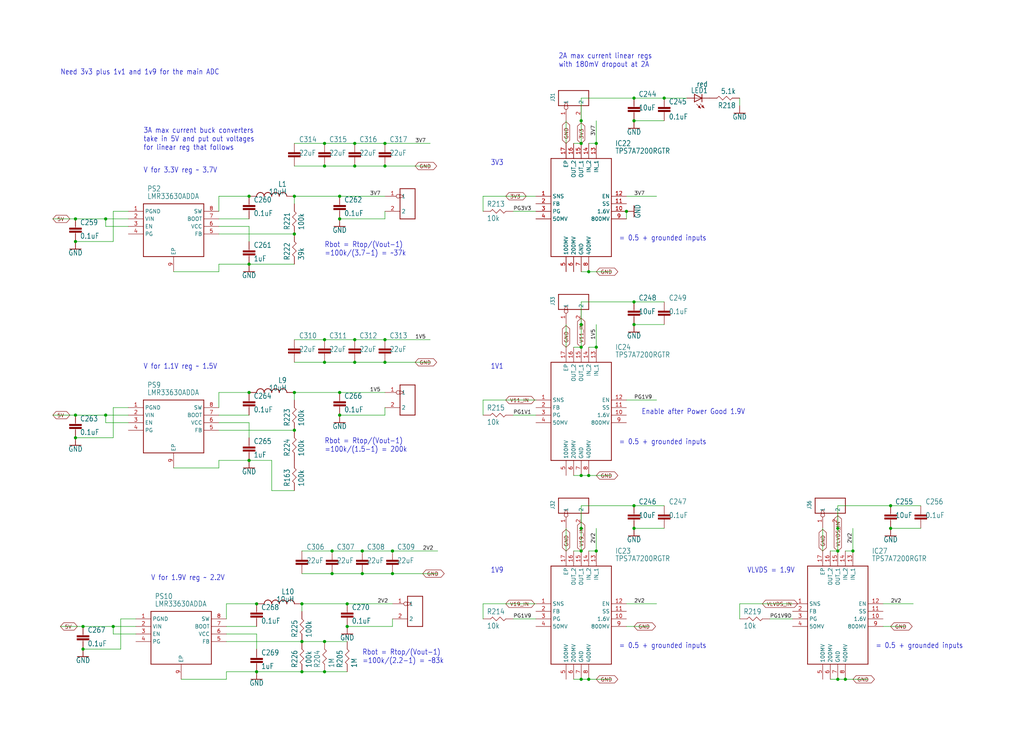
<source format=kicad_sch>
(kicad_sch (version 20231120) (generator "eeschema") (generator_version "8.0")
  (paper "User" 344.602 251.638)
  (junction (at 198.12 228.6))
  (junction (at 121.92 193.04))
  (junction (at 213.36 177.8))
  (junction (at 299.72 170.18))
  (junction (at 129.54 55.88))
  (junction (at 119.38 114.3))
  (junction (at 83.82 88.9))
  (junction (at 223.52 33.02))
  (junction (at 109.22 226.06))
  (junction (at 200.66 48.26))
  (junction (at 213.36 40.64))
  (junction (at 101.6 215.9))
  (junction (at 213.36 33.02))
  (junction (at 25.4 139.7))
  (junction (at 287.02 185.42))
  (junction (at 210.82 71.12))
  (junction (at 116.84 210.82))
  (junction (at 114.3 73.66))
  (junction (at 200.66 116.84))
  (junction (at 132.08 193.04))
  (junction (at 99.06 66.04))
  (junction (at 114.3 66.04))
  (junction (at 284.48 228.6))
  (junction (at 195.58 177.8))
  (junction (at 109.22 121.92))
  (junction (at 195.58 40.64))
  (junction (at 129.54 114.3))
  (junction (at 99.06 78.74))
  (junction (at 99.06 144.78))
  (junction (at 101.6 226.06))
  (junction (at 119.38 48.26))
  (junction (at 195.58 228.6))
  (junction (at 35.56 139.7))
  (junction (at 25.4 81.28))
  (junction (at 195.58 185.42))
  (junction (at 83.82 66.04))
  (junction (at 195.58 48.26))
  (junction (at 114.3 139.7))
  (junction (at 195.58 116.84))
  (junction (at 213.36 101.6))
  (junction (at 109.22 114.3))
  (junction (at 281.94 185.42))
  (junction (at 35.56 73.66))
  (junction (at 119.38 55.88))
  (junction (at 111.76 185.42))
  (junction (at 198.12 91.44))
  (junction (at 99.06 132.08))
  (junction (at 111.76 193.04))
  (junction (at 200.66 185.42))
  (junction (at 25.4 73.66))
  (junction (at 25.4 147.32))
  (junction (at 27.94 210.82))
  (junction (at 195.58 160.02))
  (junction (at 109.22 48.26))
  (junction (at 281.94 228.6))
  (junction (at 132.08 185.42))
  (junction (at 281.94 177.8))
  (junction (at 83.82 132.08))
  (junction (at 83.82 154.94))
  (junction (at 121.92 185.42))
  (junction (at 86.36 203.2))
  (junction (at 198.12 160.02))
  (junction (at 129.54 48.26))
  (junction (at 114.3 132.08))
  (junction (at 38.1 210.82))
  (junction (at 195.58 109.22))
  (junction (at 27.94 218.44))
  (junction (at 119.38 121.92))
  (junction (at 86.36 226.06))
  (junction (at 116.84 203.2))
  (junction (at 109.22 55.88))
  (junction (at 109.22 215.9))
  (junction (at 213.36 170.18))
  (junction (at 299.72 177.8))
  (junction (at 101.6 203.2))
  (junction (at 129.54 121.92))
  (junction (at 213.36 109.22))
  (wire (pts (xy 58.42 157.48) (xy 73.66 157.48)) (stroke (width 0.1524)))
  (wire (pts (xy 99.06 66.04) (xy 114.3 66.04)) (stroke (width 0.1524)))
  (wire (pts (xy 35.56 142.24) (xy 43.18 142.24)) (stroke (width 0.1524)))
  (wire (pts (xy 132.08 210.82) (xy 116.84 210.82)) (stroke (width 0.1524)))
  (wire (pts (xy 180.34 134.62) (xy 162.56 134.62)) (stroke (width 0.1524)))
  (wire (pts (xy 73.66 66.04) (xy 73.66 71.12)) (stroke (width 0.1524)))
  (wire (pts (xy 25.4 73.66) (xy 17.78 73.66)) (stroke (width 0.1524)))
  (wire (pts (xy 210.82 73.66) (xy 210.82 71.12)) (stroke (width 0.1524)))
  (wire (pts (xy 27.94 210.82) (xy 38.1 210.82)) (stroke (width 0.1524)))
  (wire (pts (xy 83.82 88.9) (xy 99.06 88.9)) (stroke (width 0.1524)))
  (wire (pts (xy 129.54 71.12) (xy 129.54 73.66)) (stroke (width 0.1524)))
  (wire (pts (xy 281.94 185.42) (xy 279.4 185.42)) (stroke (width 0.1524)))
  (wire (pts (xy 73.66 132.08) (xy 73.66 137.16)) (stroke (width 0.1524)))
  (wire (pts (xy 195.58 33.02) (xy 213.36 33.02)) (stroke (width 0.1524)))
  (wire (pts (xy 76.2 213.36) (xy 86.36 213.36)) (stroke (width 0.1524)))
  (wire (pts (xy 83.82 66.04) (xy 73.66 66.04)) (stroke (width 0.1524)))
  (wire (pts (xy 109.22 226.06) (xy 116.84 226.06)) (stroke (width 0.1524)))
  (wire (pts (xy 132.08 208.28) (xy 132.08 210.82)) (stroke (width 0.1524)))
  (wire (pts (xy 101.6 193.04) (xy 111.76 193.04)) (stroke (width 0.1524)))
  (wire (pts (xy 91.44 165.1) (xy 99.06 165.1)) (stroke (width 0.1524)))
  (wire (pts (xy 162.56 134.62) (xy 162.56 139.7)) (stroke (width 0.1524)))
  (wire (pts (xy 121.92 193.04) (xy 132.08 193.04)) (stroke (width 0.1524)))
  (wire (pts (xy 200.66 185.42) (xy 200.66 177.8)) (stroke (width 0.1524)))
  (wire (pts (xy 25.4 139.7) (xy 35.56 139.7)) (stroke (width 0.1524)))
  (wire (pts (xy 43.18 137.16) (xy 38.1 137.16)) (stroke (width 0.1524)))
  (wire (pts (xy 38.1 71.12) (xy 38.1 81.28)) (stroke (width 0.1524)))
  (wire (pts (xy 116.84 203.2) (xy 132.08 203.2)) (stroke (width 0.1524)))
  (wire (pts (xy 195.58 91.44) (xy 198.12 91.44)) (stroke (width 0.1524)))
  (wire (pts (xy 129.54 48.26) (xy 144.78 48.26)) (stroke (width 0.1524)))
  (wire (pts (xy 195.58 185.42) (xy 195.58 177.8)) (stroke (width 0.1524)))
  (wire (pts (xy 99.06 114.3) (xy 109.22 114.3)) (stroke (width 0.1524)))
  (wire (pts (xy 60.96 228.6) (xy 76.2 228.6)) (stroke (width 0.1524)))
  (wire (pts (xy 99.06 132.08) (xy 114.3 132.08)) (stroke (width 0.1524)))
  (wire (pts (xy 198.12 116.84) (xy 200.66 116.84)) (stroke (width 0.1524)))
  (wire (pts (xy 73.66 157.48) (xy 73.66 154.94)) (stroke (width 0.1524)))
  (wire (pts (xy 195.58 40.64) (xy 195.58 33.02)) (stroke (width 0.1524)))
  (wire (pts (xy 45.72 208.28) (xy 40.64 208.28)) (stroke (width 0.1524)))
  (wire (pts (xy 101.6 215.9) (xy 109.22 215.9)) (stroke (width 0.1524)))
  (wire (pts (xy 73.66 144.78) (xy 99.06 144.78)) (stroke (width 0.1524)))
  (wire (pts (xy 35.56 76.2) (xy 43.18 76.2)) (stroke (width 0.1524)))
  (wire (pts (xy 198.12 160.02) (xy 205.74 160.02)) (stroke (width 0.1524)))
  (wire (pts (xy 129.54 121.92) (xy 144.78 121.92)) (stroke (width 0.1524)))
  (wire (pts (xy 284.48 228.6) (xy 292.1 228.6)) (stroke (width 0.1524)))
  (wire (pts (xy 213.36 101.6) (xy 223.52 101.6)) (stroke (width 0.1524)))
  (wire (pts (xy 195.58 177.8) (xy 195.58 170.18)) (stroke (width 0.1524)))
  (wire (pts (xy 83.82 139.7) (xy 73.66 139.7)) (stroke (width 0.1524)))
  (wire (pts (xy 73.66 78.74) (xy 99.06 78.74)) (stroke (width 0.1524)))
  (wire (pts (xy 73.66 88.9) (xy 83.82 88.9)) (stroke (width 0.1524)))
  (wire (pts (xy 180.34 139.7) (xy 172.72 139.7)) (stroke (width 0.1524)))
  (wire (pts (xy 43.18 71.12) (xy 38.1 71.12)) (stroke (width 0.1524)))
  (wire (pts (xy 111.76 185.42) (xy 121.92 185.42)) (stroke (width 0.1524)))
  (wire (pts (xy 40.64 208.28) (xy 40.64 218.44)) (stroke (width 0.1524)))
  (wire (pts (xy 210.82 66.04) (xy 220.98 66.04)) (stroke (width 0.1524)))
  (wire (pts (xy 101.6 203.2) (xy 116.84 203.2)) (stroke (width 0.1524)))
  (wire (pts (xy 129.54 139.7) (xy 114.3 139.7)) (stroke (width 0.1524)))
  (wire (pts (xy 190.5 185.42) (xy 190.5 177.8)) (stroke (width 0.1524)))
  (wire (pts (xy 195.58 101.6) (xy 213.36 101.6)) (stroke (width 0.1524)))
  (wire (pts (xy 210.82 210.82) (xy 218.44 210.82)) (stroke (width 0.1524)))
  (wire (pts (xy 198.12 228.6) (xy 205.74 228.6)) (stroke (width 0.1524)))
  (wire (pts (xy 195.58 48.26) (xy 193.04 48.26)) (stroke (width 0.1524)))
  (wire (pts (xy 35.56 73.66) (xy 35.56 76.2)) (stroke (width 0.1524)))
  (wire (pts (xy 299.72 177.8) (xy 309.88 177.8)) (stroke (width 0.1524)))
  (wire (pts (xy 297.18 203.2) (xy 307.34 203.2)) (stroke (width 0.1524)))
  (wire (pts (xy 119.38 121.92) (xy 129.54 121.92)) (stroke (width 0.1524)))
  (wire (pts (xy 40.64 218.44) (xy 27.94 218.44)) (stroke (width 0.1524)))
  (wire (pts (xy 101.6 185.42) (xy 111.76 185.42)) (stroke (width 0.1524)))
  (wire (pts (xy 200.66 48.26) (xy 200.66 40.64)) (stroke (width 0.1524)))
  (wire (pts (xy 193.04 228.6) (xy 195.58 228.6)) (stroke (width 0.1524)))
  (wire (pts (xy 180.34 66.04) (xy 162.56 66.04)) (stroke (width 0.1524)))
  (wire (pts (xy 190.5 48.26) (xy 190.5 40.64)) (stroke (width 0.1524)))
  (wire (pts (xy 213.36 170.18) (xy 223.52 170.18)) (stroke (width 0.1524)))
  (wire (pts (xy 35.56 139.7) (xy 43.18 139.7)) (stroke (width 0.1524)))
  (wire (pts (xy 25.4 139.7) (xy 17.78 139.7)) (stroke (width 0.1524)))
  (wire (pts (xy 99.06 66.04) (xy 99.06 68.58)) (stroke (width 0.1524)))
  (wire (pts (xy 284.48 185.42) (xy 287.02 185.42)) (stroke (width 0.1524)))
  (wire (pts (xy 195.58 160.02) (xy 198.12 160.02)) (stroke (width 0.1524)))
  (wire (pts (xy 129.54 73.66) (xy 114.3 73.66)) (stroke (width 0.1524)))
  (wire (pts (xy 76.2 226.06) (xy 86.36 226.06)) (stroke (width 0.1524)))
  (wire (pts (xy 190.5 116.84) (xy 190.5 109.22)) (stroke (width 0.1524)))
  (wire (pts (xy 83.82 132.08) (xy 73.66 132.08)) (stroke (width 0.1524)))
  (wire (pts (xy 297.18 210.82) (xy 304.8 210.82)) (stroke (width 0.1524)))
  (wire (pts (xy 86.36 210.82) (xy 76.2 210.82)) (stroke (width 0.1524)))
  (wire (pts (xy 195.58 116.84) (xy 193.04 116.84)) (stroke (width 0.1524)))
  (wire (pts (xy 86.36 213.36) (xy 86.36 218.44)) (stroke (width 0.1524)))
  (wire (pts (xy 83.82 76.2) (xy 83.82 81.28)) (stroke (width 0.1524)))
  (wire (pts (xy 213.36 40.64) (xy 223.52 40.64)) (stroke (width 0.1524)))
  (wire (pts (xy 266.7 208.28) (xy 259.08 208.28)) (stroke (width 0.1524)))
  (wire (pts (xy 198.12 185.42) (xy 200.66 185.42)) (stroke (width 0.1524)))
  (wire (pts (xy 38.1 210.82) (xy 38.1 213.36)) (stroke (width 0.1524)))
  (wire (pts (xy 73.66 154.94) (xy 83.82 154.94)) (stroke (width 0.1524)))
  (wire (pts (xy 76.2 203.2) (xy 76.2 208.28)) (stroke (width 0.1524)))
  (wire (pts (xy 109.22 121.92) (xy 119.38 121.92)) (stroke (width 0.1524)))
  (wire (pts (xy 180.34 71.12) (xy 172.72 71.12)) (stroke (width 0.1524)))
  (wire (pts (xy 76.2 228.6) (xy 76.2 226.06)) (stroke (width 0.1524)))
  (wire (pts (xy 114.3 66.04) (xy 129.54 66.04)) (stroke (width 0.1524)))
  (wire (pts (xy 99.06 132.08) (xy 99.06 134.62)) (stroke (width 0.1524)))
  (wire (pts (xy 132.08 185.42) (xy 147.32 185.42)) (stroke (width 0.1524)))
  (wire (pts (xy 114.3 132.08) (xy 129.54 132.08)) (stroke (width 0.1524)))
  (wire (pts (xy 119.38 55.88) (xy 129.54 55.88)) (stroke (width 0.1524)))
  (wire (pts (xy 248.92 203.2) (xy 248.92 208.28)) (stroke (width 0.1524)))
  (wire (pts (xy 86.36 203.2) (xy 76.2 203.2)) (stroke (width 0.1524)))
  (wire (pts (xy 210.82 203.2) (xy 220.98 203.2)) (stroke (width 0.1524)))
  (wire (pts (xy 180.34 208.28) (xy 172.72 208.28)) (stroke (width 0.1524)))
  (wire (pts (xy 91.44 154.94) (xy 91.44 165.1)) (stroke (width 0.1524)))
  (wire (pts (xy 109.22 215.9) (xy 116.84 215.9)) (stroke (width 0.1524)))
  (wire (pts (xy 109.22 48.26) (xy 119.38 48.26)) (stroke (width 0.1524)))
  (wire (pts (xy 35.56 73.66) (xy 43.18 73.66)) (stroke (width 0.1524)))
  (wire (pts (xy 276.86 185.42) (xy 276.86 177.8)) (stroke (width 0.1524)))
  (wire (pts (xy 132.08 193.04) (xy 147.32 193.04)) (stroke (width 0.1524)))
  (wire (pts (xy 86.36 226.06) (xy 101.6 226.06)) (stroke (width 0.1524)))
  (wire (pts (xy 195.58 228.6) (xy 198.12 228.6)) (stroke (width 0.1524)))
  (wire (pts (xy 83.82 73.66) (xy 73.66 73.66)) (stroke (width 0.1524)))
  (wire (pts (xy 162.56 203.2) (xy 162.56 208.28)) (stroke (width 0.1524)))
  (wire (pts (xy 281.94 185.42) (xy 281.94 177.8)) (stroke (width 0.1524)))
  (wire (pts (xy 129.54 55.88) (xy 144.78 55.88)) (stroke (width 0.1524)))
  (wire (pts (xy 195.58 109.22) (xy 195.58 101.6)) (stroke (width 0.1524)))
  (wire (pts (xy 248.92 35.56) (xy 248.92 33.02)) (stroke (width 0.1524)))
  (wire (pts (xy 200.66 116.84) (xy 200.66 109.22)) (stroke (width 0.1524)))
  (wire (pts (xy 195.58 170.18) (xy 213.36 170.18)) (stroke (width 0.1524)))
  (wire (pts (xy 73.66 91.44) (xy 73.66 88.9)) (stroke (width 0.1524)))
  (wire (pts (xy 287.02 185.42) (xy 287.02 177.8)) (stroke (width 0.1524)))
  (wire (pts (xy 109.22 55.88) (xy 119.38 55.88)) (stroke (width 0.1524)))
  (wire (pts (xy 195.58 48.26) (xy 195.58 40.64)) (stroke (width 0.1524)))
  (wire (pts (xy 73.66 76.2) (xy 83.82 76.2)) (stroke (width 0.1524)))
  (wire (pts (xy 35.56 139.7) (xy 35.56 142.24)) (stroke (width 0.1524)))
  (wire (pts (xy 101.6 203.2) (xy 101.6 205.74)) (stroke (width 0.1524)))
  (wire (pts (xy 73.66 142.24) (xy 83.82 142.24)) (stroke (width 0.1524)))
  (wire (pts (xy 281.94 228.6) (xy 284.48 228.6)) (stroke (width 0.1524)))
  (wire (pts (xy 38.1 210.82) (xy 45.72 210.82)) (stroke (width 0.1524)))
  (wire (pts (xy 38.1 137.16) (xy 38.1 147.32)) (stroke (width 0.1524)))
  (wire (pts (xy 58.42 91.44) (xy 73.66 91.44)) (stroke (width 0.1524)))
  (wire (pts (xy 213.36 177.8) (xy 223.52 177.8)) (stroke (width 0.1524)))
  (wire (pts (xy 129.54 137.16) (xy 129.54 139.7)) (stroke (width 0.1524)))
  (wire (pts (xy 193.04 160.02) (xy 195.58 160.02)) (stroke (width 0.1524)))
  (wire (pts (xy 162.56 66.04) (xy 162.56 71.12)) (stroke (width 0.1524)))
  (wire (pts (xy 121.92 185.42) (xy 132.08 185.42)) (stroke (width 0.1524)))
  (wire (pts (xy 83.82 154.94) (xy 91.44 154.94)) (stroke (width 0.1524)))
  (wire (pts (xy 27.94 210.82) (xy 20.32 210.82)) (stroke (width 0.1524)))
  (wire (pts (xy 38.1 147.32) (xy 25.4 147.32)) (stroke (width 0.1524)))
  (wire (pts (xy 281.94 177.8) (xy 281.94 170.18)) (stroke (width 0.1524)))
  (wire (pts (xy 279.4 228.6) (xy 281.94 228.6)) (stroke (width 0.1524)))
  (wire (pts (xy 99.06 48.26) (xy 109.22 48.26)) (stroke (width 0.1524)))
  (wire (pts (xy 76.2 215.9) (xy 101.6 215.9)) (stroke (width 0.1524)))
  (wire (pts (xy 180.34 203.2) (xy 162.56 203.2)) (stroke (width 0.1524)))
  (wire (pts (xy 111.76 193.04) (xy 121.92 193.04)) (stroke (width 0.1524)))
  (wire (pts (xy 25.4 73.66) (xy 35.56 73.66)) (stroke (width 0.1524)))
  (wire (pts (xy 266.7 203.2) (xy 248.92 203.2)) (stroke (width 0.1524)))
  (wire (pts (xy 213.36 109.22) (xy 223.52 109.22)) (stroke (width 0.1524)))
  (wire (pts (xy 129.54 114.3) (xy 144.78 114.3)) (stroke (width 0.1524)))
  (wire (pts (xy 299.72 170.18) (xy 309.88 170.18)) (stroke (width 0.1524)))
  (wire (pts (xy 119.38 114.3) (xy 129.54 114.3)) (stroke (width 0.1524)))
  (wire (pts (xy 198.12 91.44) (xy 205.74 91.44)) (stroke (width 0.1524)))
  (wire (pts (xy 119.38 48.26) (xy 129.54 48.26)) (stroke (width 0.1524)))
  (wire (pts (xy 213.36 33.02) (xy 223.52 33.02)) (stroke (width 0.1524)))
  (wire (pts (xy 210.82 134.62) (xy 220.98 134.62)) (stroke (width 0.1524)))
  (wire (pts (xy 195.58 116.84) (xy 195.58 109.22)) (stroke (width 0.1524)))
  (wire (pts (xy 38.1 81.28) (xy 25.4 81.28)) (stroke (width 0.1524)))
  (wire (pts (xy 83.82 142.24) (xy 83.82 147.32)) (stroke (width 0.1524)))
  (wire (pts (xy 99.06 55.88) (xy 109.22 55.88)) (stroke (width 0.1524)))
  (wire (pts (xy 109.22 114.3) (xy 119.38 114.3)) (stroke (width 0.1524)))
  (wire (pts (xy 195.58 185.42) (xy 193.04 185.42)) (stroke (width 0.1524)))
  (wire (pts (xy 38.1 213.36) (xy 45.72 213.36)) (stroke (width 0.1524)))
  (wire (pts (xy 223.52 33.02) (xy 231.14 33.02)) (stroke (width 0.1524)))
  (wire (pts (xy 99.06 121.92) (xy 109.22 121.92)) (stroke (width 0.1524)))
  (wire (pts (xy 198.12 48.26) (xy 200.66 48.26)) (stroke (width 0.1524)))
  (wire (pts (xy 281.94 170.18) (xy 299.72 170.18)) (stroke (width 0.1524)))
  (wire (pts (xy 101.6 226.06) (xy 109.22 226.06)) (stroke (width 0.1524)))
  (text "1V9" (at 165.1 193.04 0) (effects (font (size 1.778 1.5113)) (justify left bottom)))
  (text "1V1" (at 165.1 124.46 0) (effects (font (size 1.778 1.5113)) (justify left bottom)))
  (text "3V3" (at 165.1 55.88 0) (effects (font (size 1.778 1.5113)) (justify left bottom)))
  (text "V for 1.9V reg ~ 2.2V" (at 50.8 195.58 0) (effects (font (size 1.778 1.5113)) (justify left bottom)))
  (text "= 0.5 + grounded inputs" (at 208.28 218.44 0) (effects (font (size 1.778 1.5113)) (justify left bottom)))
  (text "V for 3.3V reg ~ 3.7V" (at 48.26 58.42 0) (effects (font (size 1.778 1.5113)) (justify left bottom)))
  (text "V for 1.1V reg ~ 1.5V" (at 48.26 124.46 0) (effects (font (size 1.778 1.5113)) (justify left bottom)))
  (text "= 0.5 + grounded inputs" (at 294.64 218.44 0) (effects (font (size 1.778 1.5113)) (justify left bottom)))
  (text "VLVDS = 1.9V" (at 251.46 193.04 0) (effects (font (size 1.778 1.5113)) (justify left bottom)))
  (text "Need 3v3 plus 1v1 and 1v9 for the main ADC" (at 20.32 25.4 0) (effects (font (size 1.778 1.5113)) (justify left bottom)))
  (text "Rbot = Rtop/(Vout-1)\n=100k/(1.5-1) = 200k" (at 109.22 152.4 0) (effects (font (size 1.778 1.5113)) (justify left bottom)))
  (text "Rbot = Rtop/(Vout-1)\n=100k/(3.7-1) = ~37k" (at 109.22 86.36 0) (effects (font (size 1.778 1.5113)) (justify left bottom)))
  (text "= 0.5 + grounded inputs" (at 208.28 149.86 0) (effects (font (size 1.778 1.5113)) (justify left bottom)))
  (text "2A max current linear regs\nwith 180mV dropout at 2A" (at 187.96 22.86 0) (effects (font (size 1.778 1.5113)) (justify left bottom)))
  (text "Rbot = Rtop/(Vout-1)\n=100k/(2.2-1) = ~83k" (at 121.92 223.52 0) (effects (font (size 1.778 1.5113)) (justify left bottom)))
  (text "= 0.5 + grounded inputs" (at 208.28 81.28 0) (effects (font (size 1.778 1.5113)) (justify left bottom)))
  (text "3A max current buck converters\ntake in 5V and put out voltages\nfor linear reg that follows" (at 48.26 50.8 0) (effects (font (size 1.778 1.5113)) (justify left bottom)))
  (text "Enable after Power Good 1.9V" (at 215.9 139.7 0) (effects (font (size 1.778 1.5113)) (justify left bottom)))
  (label "PG3V3" (at 172.72 71.12 0) (effects (font (size 1.2446 1.2446))))
  (label "PG1V9" (at 213.36 134.62 0) (effects (font (size 1.2446 1.2446))))
  (label "2V2" (at 142.24 185.42 0) (effects (font (size 1.2446 1.2446))))
  (label "1V5" (at 200.66 114.3 90) (effects (font (size 1.2446 1.2446))))
  (label "2V2" (at 213.36 203.2 0) (effects (font (size 1.2446 1.2446))))
  (label "3V7" (at 139.7 48.26 0) (effects (font (size 1.2446 1.2446))))
  (label "PG1V9D" (at 259.08 208.28 0) (effects (font (size 1.2446 1.2446))))
  (label "2V2" (at 299.72 203.2 0) (effects (font (size 1.2446 1.2446))))
  (label "2V2" (at 127 203.2 0) (effects (font (size 1.2446 1.2446))))
  (label "1V5" (at 124.46 132.08 0) (effects (font (size 1.2446 1.2446))))
  (label "2V2" (at 287.02 182.88 90) (effects (font (size 1.2446 1.2446))))
  (label "1V5" (at 139.7 114.3 0) (effects (font (size 1.2446 1.2446))))
  (label "PG1V9" (at 172.72 208.28 0) (effects (font (size 1.2446 1.2446))))
  (label "2V2" (at 200.66 182.88 90) (effects (font (size 1.2446 1.2446))))
  (label "3V7" (at 200.66 45.72 90) (effects (font (size 1.2446 1.2446))))
  (label "3V7" (at 213.36 66.04 0) (effects (font (size 1.2446 1.2446))))
  (label "PG1V1" (at 172.72 139.7 0) (effects (font (size 1.2446 1.2446))))
  (label "3V7" (at 124.46 66.04 0) (effects (font (size 1.2446 1.2446))))
  (global_label "GND" (shape bidirectional) (at 139.7 121.92 0) (effects (font (size 1.2446 1.2446))) (property "Intersheetrefs" "${INTERSHEET_REFS}" (effects (hide yes))))
  (global_label "GND" (shape bidirectional) (at 287.02 228.6 0) (effects (font (size 1.2446 1.2446))) (property "Intersheetrefs" "${INTERSHEET_REFS}" (effects (hide yes))))
  (global_label "GND" (shape bidirectional) (at 299.72 210.82 0) (effects (font (size 1.2446 1.2446))) (property "Intersheetrefs" "${INTERSHEET_REFS}" (effects (hide yes))))
  (global_label "V11_IN" (shape bidirectional) (at 170.18 134.62 0) (effects (font (size 1.2446 1.2446))) (property "Intersheetrefs" "${INTERSHEET_REFS}" (effects (hide yes))))
  (global_label "VLVDS_IN" (shape bidirectional) (at 256.54 203.2 0) (effects (font (size 1.2446 1.2446))) (property "Intersheetrefs" "${INTERSHEET_REFS}" (effects (hide yes))))
  (global_label "GND" (shape bidirectional) (at 139.7 55.88 0) (effects (font (size 1.2446 1.2446))) (property "Intersheetrefs" "${INTERSHEET_REFS}" (effects (hide yes))))
  (global_label "GND" (shape bidirectional) (at 213.36 210.82 0) (effects (font (size 1.2446 1.2446))) (property "Intersheetrefs" "${INTERSHEET_REFS}" (effects (hide yes))))
  (global_label "V11_IN" (shape bidirectional) (at 195.58 116.84 90) (effects (font (size 1.2446 1.2446))) (property "Intersheetrefs" "${INTERSHEET_REFS}" (effects (hide yes))))
  (global_label "GND" (shape bidirectional) (at 190.5 185.42 90) (effects (font (size 1.2446 1.2446))) (property "Intersheetrefs" "${INTERSHEET_REFS}" (effects (hide yes))))
  (global_label "5V" (shape bidirectional) (at 17.78 73.66 0) (effects (font (size 1.2446 1.2446))) (property "Intersheetrefs" "${INTERSHEET_REFS}" (effects (hide yes))))
  (global_label "GND" (shape bidirectional) (at 276.86 185.42 90) (effects (font (size 1.2446 1.2446))) (property "Intersheetrefs" "${INTERSHEET_REFS}" (effects (hide yes))))
  (global_label "V19_IN" (shape bidirectional) (at 195.58 185.42 90) (effects (font (size 1.2446 1.2446))) (property "Intersheetrefs" "${INTERSHEET_REFS}" (effects (hide yes))))
  (global_label "GND" (shape bidirectional) (at 190.5 116.84 90) (effects (font (size 1.2446 1.2446))) (property "Intersheetrefs" "${INTERSHEET_REFS}" (effects (hide yes))))
  (global_label "GND" (shape bidirectional) (at 200.66 228.6 0) (effects (font (size 1.2446 1.2446))) (property "Intersheetrefs" "${INTERSHEET_REFS}" (effects (hide yes))))
  (global_label "VLVDS_IN" (shape bidirectional) (at 281.94 185.42 90) (effects (font (size 1.2446 1.2446))) (property "Intersheetrefs" "${INTERSHEET_REFS}" (effects (hide yes))))
  (global_label "GND" (shape bidirectional) (at 200.66 91.44 0) (effects (font (size 1.2446 1.2446))) (property "Intersheetrefs" "${INTERSHEET_REFS}" (effects (hide yes))))
  (global_label "GND" (shape bidirectional) (at 142.24 193.04 0) (effects (font (size 1.2446 1.2446))) (property "Intersheetrefs" "${INTERSHEET_REFS}" (effects (hide yes))))
  (global_label "GND" (shape bidirectional) (at 190.5 48.26 90) (effects (font (size 1.2446 1.2446))) (property "Intersheetrefs" "${INTERSHEET_REFS}" (effects (hide yes))))
  (global_label "5V" (shape bidirectional) (at 20.32 210.82 0) (effects (font (size 1.2446 1.2446))) (property "Intersheetrefs" "${INTERSHEET_REFS}" (effects (hide yes))))
  (global_label "V19_IN" (shape bidirectional) (at 170.18 203.2 0) (effects (font (size 1.2446 1.2446))) (property "Intersheetrefs" "${INTERSHEET_REFS}" (effects (hide yes))))
  (global_label "3V3" (shape bidirectional) (at 195.58 48.26 90) (effects (font (size 1.2446 1.2446))) (property "Intersheetrefs" "${INTERSHEET_REFS}" (effects (hide yes))))
  (global_label "5V" (shape bidirectional) (at 17.78 139.7 0) (effects (font (size 1.2446 1.2446))) (property "Intersheetrefs" "${INTERSHEET_REFS}" (effects (hide yes))))
  (global_label "3V3" (shape bidirectional) (at 170.18 66.04 0) (effects (font (size 1.2446 1.2446))) (property "Intersheetrefs" "${INTERSHEET_REFS}" (effects (hide yes))))
  (global_label "GND" (shape bidirectional) (at 200.66 160.02 0) (effects (font (size 1.2446 1.2446))) (property "Intersheetrefs" "${INTERSHEET_REFS}" (effects (hide yes))))
  (symbol (lib_id "haasoscope_pro_adc_fpga_board-eagle-import:CAPACITOR_0402_N") (at 83.82 68.58 0) (unit 1)
    (property "Reference" "C260" (at 85.344 68.199 0) (effects (font (size 1.778 1.5113)) (justify left bottom)))
    (property "Value" "0.1uF" (at 85.344 72.771 0) (effects (font (size 1.778 1.5113)) (justify left bottom)))
    (property "Footprint" "haasoscope_pro_adc_fpga_board:RESC0402_N" (effects (hide yes)))
  )
  (symbol (lib_id "haasoscope_pro_adc_fpga_board-eagle-import:DIP-BLACK-MALE-HEADER-VERT(2P-2.54)") (at 193.04 101.6 90) (unit 1)
    (property "Reference" "J33" (at 186.69 102.87 0) (effects (font (size 1.27 1.0795)) (justify left bottom)))
    (property "Value" "2p-2.54" (effects (hide yes)))
    (property "Footprint" "haasoscope_pro_adc_fpga_board:H2-2.54" (effects (hide yes)))
  )
  (symbol (lib_id "haasoscope_pro_adc_fpga_board-eagle-import:TPS7A7200RGTR") (at 180.34 134.62 0) (unit 1)
    (property "Reference" "IC24" (at 207.01 116.84 0) (effects (font (size 1.778 1.5113)) (justify left)))
    (property "Value" "TPS7A7200RGTR" (at 207.01 119.38 0) (effects (font (size 1.778 1.5113)) (justify left)))
    (property "Footprint" "haasoscope_pro_adc_fpga_board:QFN50P300X300X100-17N" (effects (hide yes)))
  )
  (symbol (lib_id "haasoscope_pro_adc_fpga_board-eagle-import:CAPACITOR_0805_N") (at 132.08 187.96 0) (unit 1)
    (property "Reference" "C309" (at 133.604 185.039 0) (effects (font (size 1.778 1.5113)) (justify left bottom)))
    (property "Value" "22uF" (at 133.604 189.611 0) (effects (font (size 1.778 1.5113)) (justify left bottom)))
    (property "Footprint" "haasoscope_pro_adc_fpga_board:RESC0805_N" (effects (hide yes)))
  )
  (symbol (lib_id "haasoscope_pro_adc_fpga_board-eagle-import:SparkFun-PowerSymbols_GND") (at 248.92 38.1 0) (unit 1)
    (property "Reference" "#GND01" (effects (hide yes)))
    (property "Value" "GND" (at 248.92 38.354 0) (effects (font (size 1.778 1.5113)) (justify top)))
  )
  (symbol (lib_id "haasoscope_pro_adc_fpga_board-eagle-import:RES-0402") (at 99.06 149.86 90) (unit 1)
    (property "Reference" "R224" (at 97.5614 153.67 0) (effects (font (size 1.778 1.5113)) (justify left bottom)))
    (property "Value" "100k" (at 102.362 153.67 0) (effects (font (size 1.778 1.5113)) (justify left bottom)))
    (property "Footprint" "haasoscope_pro_adc_fpga_board:RES-0402" (effects (hide yes)))
  )
  (symbol (lib_id "haasoscope_pro_adc_fpga_board-eagle-import:RES-0402") (at 167.64 139.7 0) (unit 1)
    (property "Reference" "R215" (at 163.83 138.2014 0) (effects (font (size 1.778 1.5113)) (justify left bottom)))
    (property "Value" "10k" (at 163.83 143.002 0) (effects (font (size 1.778 1.5113)) (justify left bottom)))
    (property "Footprint" "haasoscope_pro_adc_fpga_board:RES-0402" (effects (hide yes)))
  )
  (symbol (lib_id "haasoscope_pro_adc_fpga_board-eagle-import:RES-0402") (at 254 208.28 0) (unit 1)
    (property "Reference" "R219" (at 250.19 206.7814 0) (effects (font (size 1.778 1.5113)) (justify left bottom)))
    (property "Value" "10k" (at 250.19 211.582 0) (effects (font (size 1.778 1.5113)) (justify left bottom)))
    (property "Footprint" "haasoscope_pro_adc_fpga_board:RES-0402" (effects (hide yes)))
  )
  (symbol (lib_id "haasoscope_pro_adc_fpga_board-eagle-import:DIP-BLACK-MALE-HEADER-VERT(2P-2.54)") (at 193.04 33.02 90) (unit 1)
    (property "Reference" "J31" (at 186.69 34.29 0) (effects (font (size 1.27 1.0795)) (justify left bottom)))
    (property "Value" "2p-2.54" (effects (hide yes)))
    (property "Footprint" "haasoscope_pro_adc_fpga_board:H2-2.54" (effects (hide yes)))
  )
  (symbol (lib_id "haasoscope_pro_adc_fpga_board-eagle-import:CAPACITOR_0805_N") (at 121.92 187.96 0) (unit 1)
    (property "Reference" "C308" (at 123.444 185.039 0) (effects (font (size 1.778 1.5113)) (justify left bottom)))
    (property "Value" "22uF" (at 123.444 189.611 0) (effects (font (size 1.778 1.5113)) (justify left bottom)))
    (property "Footprint" "haasoscope_pro_adc_fpga_board:RESC0805_N" (effects (hide yes)))
  )
  (symbol (lib_id "haasoscope_pro_adc_fpga_board-eagle-import:RES-0402") (at 167.64 71.12 0) (unit 1)
    (property "Reference" "R213" (at 163.83 69.6214 0) (effects (font (size 1.778 1.5113)) (justify left bottom)))
    (property "Value" "10k" (at 163.83 74.422 0) (effects (font (size 1.778 1.5113)) (justify left bottom)))
    (property "Footprint" "haasoscope_pro_adc_fpga_board:RES-0402" (effects (hide yes)))
  )
  (symbol (lib_id "haasoscope_pro_adc_fpga_board-eagle-import:DIP-BLACK-MALE-HEADER-VERT(2P-2.54)") (at 193.04 170.18 90) (unit 1)
    (property "Reference" "J32" (at 186.69 171.45 0) (effects (font (size 1.27 1.0795)) (justify left bottom)))
    (property "Value" "2p-2.54" (effects (hide yes)))
    (property "Footprint" "haasoscope_pro_adc_fpga_board:H2-2.54" (effects (hide yes)))
  )
  (symbol (lib_id "haasoscope_pro_adc_fpga_board-eagle-import:TPS7A7200RGTR") (at 180.34 203.2 0) (unit 1)
    (property "Reference" "IC23" (at 207.01 185.42 0) (effects (font (size 1.778 1.5113)) (justify left)))
    (property "Value" "TPS7A7200RGTR" (at 207.01 187.96 0) (effects (font (size 1.778 1.5113)) (justify left)))
    (property "Footprint" "haasoscope_pro_adc_fpga_board:QFN50P300X300X100-17N" (effects (hide yes)))
  )
  (symbol (lib_id "haasoscope_pro_adc_fpga_board-eagle-import:CAPACITOR_0402_N") (at 27.94 213.36 0) (unit 1)
    (property "Reference" "C267" (at 29.464 212.979 0) (effects (font (size 1.778 1.5113)) (justify left bottom)))
    (property "Value" "0.1uF" (at 29.464 217.551 0) (effects (font (size 1.778 1.5113)) (justify left bottom)))
    (property "Footprint" "haasoscope_pro_adc_fpga_board:RESC0402_N" (effects (hide yes)))
  )
  (symbol (lib_id "haasoscope_pro_adc_fpga_board-eagle-import:CAPACITOR_0402_N") (at 25.4 76.2 0) (unit 1)
    (property "Reference" "C259" (at 26.924 75.819 0) (effects (font (size 1.778 1.5113)) (justify left bottom)))
    (property "Value" "0.1uF" (at 26.924 80.391 0) (effects (font (size 1.778 1.5113)) (justify left bottom)))
    (property "Footprint" "haasoscope_pro_adc_fpga_board:RESC0402_N" (effects (hide yes)))
  )
  (symbol (lib_id "haasoscope_pro_adc_fpga_board-eagle-import:CAPACITOR_0805_N") (at 109.22 50.8 0) (unit 1)
    (property "Reference" "C315" (at 110.744 47.879 0) (effects (font (size 1.778 1.5113)) (justify left bottom)))
    (property "Value" "22uF" (at 110.744 52.451 0) (effects (font (size 1.778 1.5113)) (justify left bottom)))
    (property "Footprint" "haasoscope_pro_adc_fpga_board:RESC0805_N" (effects (hide yes)))
  )
  (symbol (lib_id "haasoscope_pro_adc_fpga_board-eagle-import:CAPACITOR_0805_N") (at 101.6 187.96 0) (unit 1)
    (property "Reference" "C306" (at 103.124 185.039 0) (effects (font (size 1.778 1.5113)) (justify left bottom)))
    (property "Value" "22uF" (at 103.124 189.611 0) (effects (font (size 1.778 1.5113)) (justify left bottom)))
    (property "Footprint" "haasoscope_pro_adc_fpga_board:RESC0805_N" (effects (hide yes)))
  )
  (symbol (lib_id "haasoscope_pro_adc_fpga_board-eagle-import:LMR33630ADDA") (at 45.72 208.28 0) (unit 1)
    (property "Reference" "PS10" (at 52.07 200.66 0) (effects (font (size 1.778 1.5113)) (justify left)))
    (property "Value" "LMR33630ADDA" (at 52.07 203.2 0) (effects (font (size 1.778 1.5113)) (justify left)))
    (property "Footprint" "haasoscope_pro_adc_fpga_board:SOIC127P600X170-9N" (effects (hide yes)))
    (property "LCSC" "C841384" (effects (hide yes)))
  )
  (symbol (lib_id "haasoscope_pro_adc_fpga_board-eagle-import:SparkFun-PowerSymbols_GND") (at 116.84 213.36 0) (unit 1)
    (property "Reference" "#GND0226" (effects (hide yes)))
    (property "Value" "GND" (at 116.84 213.614 0) (effects (font (size 1.778 1.5113)) (justify top)))
  )
  (symbol (lib_id "haasoscope_pro_adc_fpga_board-eagle-import:CAPACITOR_0402_N") (at 25.4 142.24 0) (unit 1)
    (property "Reference" "C263" (at 26.924 141.859 0) (effects (font (size 1.778 1.5113)) (justify left bottom)))
    (property "Value" "0.1uF" (at 26.924 146.431 0) (effects (font (size 1.778 1.5113)) (justify left bottom)))
    (property "Footprint" "haasoscope_pro_adc_fpga_board:RESC0402_N" (effects (hide yes)))
  )
  (symbol (lib_id "haasoscope_pro_adc_fpga_board-eagle-import:RES-0402") (at 101.6 210.82 90) (unit 1)
    (property "Reference" "R225" (at 100.1014 214.63 0) (effects (font (size 1.778 1.5113)) (justify left bottom)))
    (property "Value" "100k" (at 104.902 214.63 0) (effects (font (size 1.778 1.5113)) (justify left bottom)))
    (property "Footprint" "haasoscope_pro_adc_fpga_board:RES-0402" (effects (hide yes)))
  )
  (symbol (lib_id "haasoscope_pro_adc_fpga_board-eagle-import:SparkFun-PowerSymbols_GND") (at 213.36 71.12 90) (unit 1)
    (property "Reference" "#GND0208" (effects (hide yes)))
    (property "Value" "GND" (at 213.614 71.12 0) (effects (font (size 1.778 1.5113)) (justify top)))
  )
  (symbol (lib_id "haasoscope_pro_adc_fpga_board-eagle-import:CAPACITOR_0402_N") (at 86.36 220.98 0) (unit 1)
    (property "Reference" "C269" (at 87.884 220.599 0) (effects (font (size 1.778 1.5113)) (justify left bottom)))
    (property "Value" "1uF" (at 87.884 225.171 0) (effects (font (size 1.778 1.5113)) (justify left bottom)))
    (property "Footprint" "haasoscope_pro_adc_fpga_board:RESC0402_N" (effects (hide yes)))
  )
  (symbol (lib_id "haasoscope_pro_adc_fpga_board-eagle-import:CAPACITOR_0402_N") (at 114.3 134.62 0) (unit 1)
    (property "Reference" "C266" (at 115.824 134.239 0) (effects (font (size 1.778 1.5113)) (justify left bottom)))
    (property "Value" "0.1uF" (at 115.824 138.811 0) (effects (font (size 1.778 1.5113)) (justify left bottom)))
    (property "Footprint" "haasoscope_pro_adc_fpga_board:RESC0402_N" (effects (hide yes)))
  )
  (symbol (lib_id "haasoscope_pro_adc_fpga_board-eagle-import:RES-0402") (at 99.06 160.02 90) (unit 1)
    (property "Reference" "R163" (at 97.5614 163.83 0) (effects (font (size 1.778 1.5113)) (justify left bottom)))
    (property "Value" "100k" (at 102.362 163.83 0) (effects (font (size 1.778 1.5113)) (justify left bottom)))
    (property "Footprint" "haasoscope_pro_adc_fpga_board:RES-0402" (effects (hide yes)))
  )
  (symbol (lib_id "haasoscope_pro_adc_fpga_board-eagle-import:SparkFun-PowerSymbols_GND") (at 299.72 180.34 0) (unit 1)
    (property "Reference" "#GND0216" (effects (hide yes)))
    (property "Value" "GND" (at 299.72 180.594 0) (effects (font (size 1.778 1.5113)) (justify top)))
  )
  (symbol (lib_id "haasoscope_pro_adc_fpga_board-eagle-import:CAPACITOR_0402_N") (at 116.84 205.74 0) (unit 1)
    (property "Reference" "C270" (at 118.364 205.359 0) (effects (font (size 1.778 1.5113)) (justify left bottom)))
    (property "Value" "0.1uF" (at 118.364 209.931 0) (effects (font (size 1.778 1.5113)) (justify left bottom)))
    (property "Footprint" "haasoscope_pro_adc_fpga_board:RESC0402_N" (effects (hide yes)))
  )
  (symbol (lib_id "haasoscope_pro_adc_fpga_board-eagle-import:SparkFun-PowerSymbols_GND") (at 25.4 83.82 0) (unit 1)
    (property "Reference" "#GND0218" (effects (hide yes)))
    (property "Value" "GND" (at 25.4 84.074 0) (effects (font (size 1.778 1.5113)) (justify top)))
  )
  (symbol (lib_id "haasoscope_pro_adc_fpga_board-eagle-import:DIP-BLACK-MALE-HEADER-VERT(2P-2.54)") (at 137.16 134.62 0) (unit 1)
    (property "Reference" "J40" (effects (hide yes)))
    (property "Value" "2p-2.54" (effects (hide yes)))
    (property "Footprint" "haasoscope_pro_adc_fpga_board:H2-2.54" (effects (hide yes)))
  )
  (symbol (lib_id "haasoscope_pro_adc_fpga_board-eagle-import:INDUCTORPWR") (at 91.44 132.08 90) (unit 1)
    (property "Reference" "L9" (at 96.52 127 90) (effects (font (size 1.778 1.5113)) (justify left bottom)))
    (property "Value" "10uH" (at 96.52 129.54 90) (effects (font (size 1.778 1.5113)) (justify left bottom)))
    (property "Footprint" "haasoscope_pro_adc_fpga_board:CDRH125" (effects (hide yes)))
    (property "LCSC" "C339970" (effects (hide yes)))
  )
  (symbol (lib_id "haasoscope_pro_adc_fpga_board-eagle-import:CAPACITOR_0402_N") (at 83.82 83.82 0) (unit 1)
    (property "Reference" "C261" (at 85.344 83.439 0) (effects (font (size 1.778 1.5113)) (justify left bottom)))
    (property "Value" "1uF" (at 85.344 88.011 0) (effects (font (size 1.778 1.5113)) (justify left bottom)))
    (property "Footprint" "haasoscope_pro_adc_fpga_board:RESC0402_N" (effects (hide yes)))
  )
  (symbol (lib_id "haasoscope_pro_adc_fpga_board-eagle-import:LEDCHIP-LED0603") (at 233.68 33.02 90) (unit 1)
    (property "Reference" "LED1" (at 238.252 29.464 90) (effects (font (size 1.778 1.5113)) (justify left bottom)))
    (property "Value" "red" (at 238.252 27.305 90) (effects (font (size 1.778 1.5113)) (justify left bottom)))
    (property "Footprint" "haasoscope_pro_adc_fpga_board:CHIP-LED0603" (effects (hide yes)))
  )
  (symbol (lib_id "haasoscope_pro_adc_fpga_board-eagle-import:DIP-BLACK-MALE-HEADER-VERT(2P-2.54)") (at 137.16 68.58 0) (unit 1)
    (property "Reference" "J39" (effects (hide yes)))
    (property "Value" "2p-2.54" (effects (hide yes)))
    (property "Footprint" "haasoscope_pro_adc_fpga_board:H2-2.54" (effects (hide yes)))
  )
  (symbol (lib_id "haasoscope_pro_adc_fpga_board-eagle-import:CAPACITOR_0402_N") (at 83.82 149.86 0) (unit 1)
    (property "Reference" "C265" (at 85.344 149.479 0) (effects (font (size 1.778 1.5113)) (justify left bottom)))
    (property "Value" "1uF" (at 85.344 154.051 0) (effects (font (size 1.778 1.5113)) (justify left bottom)))
    (property "Footprint" "haasoscope_pro_adc_fpga_board:RESC0402_N" (effects (hide yes)))
  )
  (symbol (lib_id "haasoscope_pro_adc_fpga_board-eagle-import:RES-0402") (at 99.06 139.7 90) (unit 1)
    (property "Reference" "R223" (at 97.5614 143.51 0) (effects (font (size 1.778 1.5113)) (justify left bottom)))
    (property "Value" "100k" (at 102.362 143.51 0) (effects (font (size 1.778 1.5113)) (justify left bottom)))
    (property "Footprint" "haasoscope_pro_adc_fpga_board:RES-0402" (effects (hide yes)))
  )
  (symbol (lib_id "haasoscope_pro_adc_fpga_board-eagle-import:TPS7A7200RGTR") (at 180.34 66.04 0) (unit 1)
    (property "Reference" "IC22" (at 207.01 48.26 0) (effects (font (size 1.778 1.5113)) (justify left)))
    (property "Value" "TPS7A7200RGTR" (at 207.01 50.8 0) (effects (font (size 1.778 1.5113)) (justify left)))
    (property "Footprint" "haasoscope_pro_adc_fpga_board:QFN50P300X300X100-17N" (effects (hide yes)))
  )
  (symbol (lib_id "haasoscope_pro_adc_fpga_board-eagle-import:CAPACITOR_0402_N") (at 83.82 134.62 0) (unit 1)
    (property "Reference" "C264" (at 85.344 134.239 0) (effects (font (size 1.778 1.5113)) (justify left bottom)))
    (property "Value" "0.1uF" (at 85.344 138.811 0) (effects (font (size 1.778 1.5113)) (justify left bottom)))
    (property "Footprint" "haasoscope_pro_adc_fpga_board:RESC0402_N" (effects (hide yes)))
  )
  (symbol (lib_id "haasoscope_pro_adc_fpga_board-eagle-import:CAPACITOR_0805_N") (at 111.76 187.96 0) (unit 1)
    (property "Reference" "C307" (at 113.284 185.039 0) (effects (font (size 1.778 1.5113)) (justify left bottom)))
    (property "Value" "22uF" (at 113.284 189.611 0) (effects (font (size 1.778 1.5113)) (justify left bottom)))
    (property "Footprint" "haasoscope_pro_adc_fpga_board:RESC0805_N" (effects (hide yes)))
  )
  (symbol (lib_id "haasoscope_pro_adc_fpga_board-eagle-import:CAPACITOR_0805_N") (at 129.54 116.84 0) (unit 1)
    (property "Reference" "C313" (at 131.064 113.919 0) (effects (font (size 1.778 1.5113)) (justify left bottom)))
    (property "Value" "22uF" (at 131.064 118.491 0) (effects (font (size 1.778 1.5113)) (justify left bottom)))
    (property "Footprint" "haasoscope_pro_adc_fpga_board:RESC0805_N" (effects (hide yes)))
  )
  (symbol (lib_id "haasoscope_pro_adc_fpga_board-eagle-import:CAPACITOR_0805_N") (at 99.06 50.8 0) (unit 1)
    (property "Reference" "C314" (at 100.584 47.879 0) (effects (font (size 1.778 1.5113)) (justify left bottom)))
    (property "Value" "22uF" (at 100.584 52.451 0) (effects (font (size 1.778 1.5113)) (justify left bottom)))
    (property "Footprint" "haasoscope_pro_adc_fpga_board:RESC0805_N" (effects (hide yes)))
  )
  (symbol (lib_id "haasoscope_pro_adc_fpga_board-eagle-import:RES-0402") (at 167.64 208.28 0) (unit 1)
    (property "Reference" "R214" (at 163.83 206.7814 0) (effects (font (size 1.778 1.5113)) (justify left bottom)))
    (property "Value" "10k" (at 163.83 211.582 0) (effects (font (size 1.778 1.5113)) (justify left bottom)))
    (property "Footprint" "haasoscope_pro_adc_fpga_board:RES-0402" (effects (hide yes)))
  )
  (symbol (lib_id "haasoscope_pro_adc_fpga_board-eagle-import:CAPACITOR_0402_N") (at 223.52 35.56 0) (unit 1)
    (property "Reference" "C245" (at 225.044 35.179 0) (effects (font (size 1.778 1.5113)) (justify left bottom)))
    (property "Value" "0.1uF" (at 225.044 40.259 0) (effects (font (size 1.778 1.5113)) (justify left bottom)))
    (property "Footprint" "haasoscope_pro_adc_fpga_board:RESC0402_N" (effects (hide yes)))
  )
  (symbol (lib_id "haasoscope_pro_adc_fpga_board-eagle-import:LMR33630ADDA") (at 43.18 71.12 0) (unit 1)
    (property "Reference" "PS2" (at 49.53 63.5 0) (effects (font (size 1.778 1.5113)) (justify left)))
    (property "Value" "LMR33630ADDA" (at 49.53 66.04 0) (effects (font (size 1.778 1.5113)) (justify left)))
    (property "Footprint" "haasoscope_pro_adc_fpga_board:SOIC127P600X170-9N" (effects (hide yes)))
    (property "LCSC" "C841384" (effects (hide yes)))
  )
  (symbol (lib_id "haasoscope_pro_adc_fpga_board-eagle-import:SparkFun-PowerSymbols_GND") (at 83.82 157.48 0) (unit 1)
    (property "Reference" "#GND0222" (effects (hide yes)))
    (property "Value" "GND" (at 83.82 157.734 0) (effects (font (size 1.778 1.5113)) (justify top)))
  )
  (symbol (lib_id "haasoscope_pro_adc_fpga_board-eagle-import:SparkFun-PowerSymbols_GND") (at 25.4 149.86 0) (unit 1)
    (property "Reference" "#GND0221" (effects (hide yes)))
    (property "Value" "GND" (at 25.4 150.114 0) (effects (font (size 1.778 1.5113)) (justify top)))
  )
  (symbol (lib_id "haasoscope_pro_adc_fpga_board-eagle-import:INDUCTORPWR") (at 91.44 66.04 90) (unit 1)
    (property "Reference" "L1" (at 96.52 60.96 90) (effects (font (size 1.778 1.5113)) (justify left bottom)))
    (property "Value" "10uH" (at 96.52 63.5 90) (effects (font (size 1.778 1.5113)) (justify left bottom)))
    (property "Footprint" "haasoscope_pro_adc_fpga_board:CDRH125" (effects (hide yes)))
    (property "LCSC" "C339970" (effects (hide yes)))
  )
  (symbol (lib_id "haasoscope_pro_adc_fpga_board-eagle-import:RES-0402") (at 99.06 83.82 90) (unit 1)
    (property "Reference" "R222" (at 97.5614 87.63 0) (effects (font (size 1.778 1.5113)) (justify left bottom)))
    (property "Value" "39k" (at 102.362 87.63 0) (effects (font (size 1.778 1.5113)) (justify left bottom)))
    (property "Footprint" "haasoscope_pro_adc_fpga_board:RES-0402" (effects (hide yes)))
  )
  (symbol (lib_id "haasoscope_pro_adc_fpga_board-eagle-import:CAPACITOR_0805_N") (at 99.06 116.84 0) (unit 1)
    (property "Reference" "C310" (at 100.584 113.919 0) (effects (font (size 1.778 1.5113)) (justify left bottom)))
    (property "Value" "22uF" (at 100.584 118.491 0) (effects (font (size 1.778 1.5113)) (justify left bottom)))
    (property "Footprint" "haasoscope_pro_adc_fpga_board:RESC0805_N" (effects (hide yes)))
  )
  (symbol (lib_id "haasoscope_pro_adc_fpga_board-eagle-import:RES-0402") (at 116.84 220.98 90) (unit 1)
    (property "Reference" "R205" (at 115.3414 224.79 0) (effects (font (size 1.778 1.5113)) (justify left bottom)))
    (property "Value" "1M" (at 120.142 224.79 0) (effects (font (size 1.778 1.5113)) (justify left bottom)))
    (property "Footprint" "haasoscope_pro_adc_fpga_board:RES-0402" (effects (hide yes)))
  )
  (symbol (lib_id "haasoscope_pro_adc_fpga_board-eagle-import:CAPACITOR_0805_N") (at 213.36 104.14 0) (unit 1)
    (property "Reference" "C248" (at 214.884 101.219 0) (effects (font (size 1.778 1.5113)) (justify left bottom)))
    (property "Value" "10uF" (at 214.884 105.791 0) (effects (font (size 1.778 1.5113)) (justify left bottom)))
    (property "Footprint" "haasoscope_pro_adc_fpga_board:RESC0805_N" (effects (hide yes)))
  )
  (symbol (lib_id "haasoscope_pro_adc_fpga_board-eagle-import:SparkFun-PowerSymbols_GND") (at 213.36 180.34 0) (unit 1)
    (property "Reference" "#GND0211" (effects (hide yes)))
    (property "Value" "GND" (at 213.36 180.594 0) (effects (font (size 1.778 1.5113)) (justify top)))
  )
  (symbol (lib_id "haasoscope_pro_adc_fpga_board-eagle-import:SparkFun-PowerSymbols_GND") (at 86.36 228.6 0) (unit 1)
    (property "Reference" "#GND0225" (effects (hide yes)))
    (property "Value" "GND" (at 86.36 228.854 0) (effects (font (size 1.778 1.5113)) (justify top)))
  )
  (symbol (lib_id "haasoscope_pro_adc_fpga_board-eagle-import:CAPACITOR_0805_N") (at 129.54 50.8 0) (unit 1)
    (property "Reference" "C317" (at 131.064 47.879 0) (effects (font (size 1.778 1.5113)) (justify left bottom)))
    (property "Value" "22uF" (at 131.064 52.451 0) (effects (font (size 1.778 1.5113)) (justify left bottom)))
    (property "Footprint" "haasoscope_pro_adc_fpga_board:RESC0805_N" (effects (hide yes)))
  )
  (symbol (lib_id "haasoscope_pro_adc_fpga_board-eagle-import:SparkFun-PowerSymbols_GND") (at 114.3 142.24 0) (unit 1)
    (property "Reference" "#GND0223" (effects (hide yes)))
    (property "Value" "GND" (at 114.3 142.494 0) (effects (font (size 1.778 1.5113)) (justify top)))
  )
  (symbol (lib_id "haasoscope_pro_adc_fpga_board-eagle-import:RES-0402") (at 101.6 220.98 90) (unit 1)
    (property "Reference" "R226" (at 100.1014 224.79 0) (effects (font (size 1.778 1.5113)) (justify left bottom)))
    (property "Value" "100k" (at 104.902 224.79 0) (effects (font (size 1.778 1.5113)) (justify left bottom)))
    (property "Footprint" "haasoscope_pro_adc_fpga_board:RES-0402" (effects (hide yes)))
  )
  (symbol (lib_id "haasoscope_pro_adc_fpga_board-eagle-import:CAPACITOR_0402_N") (at 86.36 205.74 0) (unit 1)
    (property "Reference" "C268" (at 87.884 205.359 0) (effects (font (size 1.778 1.5113)) (justify left bottom)))
    (property "Value" "0.1uF" (at 87.884 209.931 0) (effects (font (size 1.778 1.5113)) (justify left bottom)))
    (property "Footprint" "haasoscope_pro_adc_fpga_board:RESC0402_N" (effects (hide yes)))
  )
  (symbol (lib_id "haasoscope_pro_adc_fpga_board-eagle-import:CAPACITOR_0805_N") (at 213.36 35.56 0) (unit 1)
    (property "Reference" "C244" (at 214.884 32.639 0) (effects (font (size 1.778 1.5113)) (justify left bottom)))
    (property "Value" "10uF" (at 214.884 37.211 0) (effects (font (size 1.778 1.5113)) (justify left bottom)))
    (property "Footprint" "haasoscope_pro_adc_fpga_board:RESC0805_N" (effects (hide yes)))
  )
  (symbol (lib_id "haasoscope_pro_adc_fpga_board-eagle-import:CAPACITOR_0805_N") (at 109.22 116.84 0) (unit 1)
    (property "Reference" "C311" (at 110.744 113.919 0) (effects (font (size 1.778 1.5113)) (justify left bottom)))
    (property "Value" "22uF" (at 110.744 118.491 0) (effects (font (size 1.778 1.5113)) (justify left bottom)))
    (property "Footprint" "haasoscope_pro_adc_fpga_board:RESC0805_N" (effects (hide yes)))
  )
  (symbol (lib_id "haasoscope_pro_adc_fpga_board-eagle-import:SparkFun-PowerSymbols_GND") (at 27.94 220.98 0) (unit 1)
    (property "Reference" "#GND0224" (effects (hide yes)))
    (property "Value" "GND" (at 27.94 221.234 0) (effects (font (size 1.778 1.5113)) (justify top)))
  )
  (symbol (lib_id "haasoscope_pro_adc_fpga_board-eagle-import:TPS7A7200RGTR") (at 266.7 203.2 0) (unit 1)
    (property "Reference" "IC27" (at 293.37 185.42 0) (effects (font (size 1.778 1.5113)) (justify left)))
    (property "Value" "TPS7A7200RGTR" (at 293.37 187.96 0) (effects (font (size 1.778 1.5113)) (justify left)))
    (property "Footprint" "haasoscope_pro_adc_fpga_board:QFN50P300X300X100-17N" (effects (hide yes)))
  )
  (symbol (lib_id "haasoscope_pro_adc_fpga_board-eagle-import:DIP-BLACK-MALE-HEADER-VERT(2P-2.54)") (at 139.7 205.74 0) (unit 1)
    (property "Reference" "J41" (effects (hide yes)))
    (property "Value" "2p-2.54" (effects (hide yes)))
    (property "Footprint" "haasoscope_pro_adc_fpga_board:H2-2.54" (effects (hide yes)))
  )
  (symbol (lib_id "haasoscope_pro_adc_fpga_board-eagle-import:CAPACITOR_0805_N") (at 299.72 172.72 0) (unit 1)
    (property "Reference" "C255" (at 301.244 169.799 0) (effects (font (size 1.778 1.5113)) (justify left bottom)))
    (property "Value" "10uF" (at 301.244 174.371 0) (effects (font (size 1.778 1.5113)) (justify left bottom)))
    (property "Footprint" "haasoscope_pro_adc_fpga_board:RESC0805_N" (effects (hide yes)))
  )
  (symbol (lib_id "haasoscope_pro_adc_fpga_board-eagle-import:RES-0402") (at 99.06 73.66 90) (unit 1)
    (property "Reference" "R221" (at 97.5614 77.47 0) (effects (font (size 1.778 1.5113)) (justify left bottom)))
    (property "Value" "100k" (at 102.362 77.47 0) (effects (font (size 1.778 1.5113)) (justify left bottom)))
    (property "Footprint" "haasoscope_pro_adc_fpga_board:RES-0402" (effects (hide yes)))
  )
  (symbol (lib_id "haasoscope_pro_adc_fpga_board-eagle-import:CAPACITOR_0402_N") (at 114.3 68.58 0) (unit 1)
    (property "Reference" "C262" (at 115.824 68.199 0) (effects (font (size 1.778 1.5113)) (justify left bottom)))
    (property "Value" "0.1uF" (at 115.824 72.771 0) (effects (font (size 1.778 1.5113)) (justify left bottom)))
    (property "Footprint" "haasoscope_pro_adc_fpga_board:RESC0402_N" (effects (hide yes)))
  )
  (symbol (lib_id "haasoscope_pro_adc_fpga_board-eagle-import:CAPACITOR_0805_N") (at 213.36 172.72 0) (unit 1)
    (property "Reference" "C246" (at 214.884 169.799 0) (effects (font (size 1.778 1.5113)) (justify left bottom)))
    (property "Value" "10uF" (at 214.884 174.371 0) (effects (font (size 1.778 1.5113)) (justify left bottom)))
    (property "Footprint" "haasoscope_pro_adc_fpga_board:RESC0805_N" (effects (hide yes)))
  )
  (symbol (lib_id "haasoscope_pro_adc_fpga_board-eagle-import:DIP-BLACK-MALE-HEADER-VERT(2P-2.54)") (at 279.4 170.18 90) (unit 1)
    (property "Reference" "J36" (at 273.05 171.45 0) (effects (font (size 1.27 1.0795)) (justify left bottom)))
    (property "Value" "2p-2.54" (effects (hide yes)))
    (property "Footprint" "haasoscope_pro_adc_fpga_board:H2-2.54" (effects (hide yes)))
  )
  (symbol (lib_id "haasoscope_pro_adc_fpga_board-eagle-import:INDUCTORPWR") (at 93.98 203.2 90) (unit 1)
    (property "Reference" "L10" (at 99.06 198.12 90) (effects (font (size 1.778 1.5113)) (justify left bottom)))
    (property "Value" "10uH" (at 99.06 200.66 90) (effects (font (size 1.778 1.5113)) (justify left bottom)))
    (property "Footprint" "haasoscope_pro_adc_fpga_board:CDRH125" (effects (hide yes)))
    (property "LCSC" "C339970" (effects (hide yes)))
  )
  (symbol (lib_id "haasoscope_pro_adc_fpga_board-eagle-import:SparkFun-PowerSymbols_GND") (at 213.36 111.76 0) (unit 1)
    (property "Reference" "#GND0210" (effects (hide yes)))
    (property "Value" "GND" (at 213.36 112.014 0) (effects (font (size 1.778 1.5113)) (justify top)))
  )
  (symbol (lib_id "haasoscope_pro_adc_fpga_board-eagle-import:CAPACITOR_0805_N") (at 119.38 50.8 0) (unit 1)
    (property "Reference" "C316" (at 120.904 47.879 0) (effects (font (size 1.778 1.5113)) (justify left bottom)))
    (property "Value" "22uF" (at 120.904 52.451 0) (effects (font (size 1.778 1.5113)) (justify left bottom)))
    (property "Footprint" "haasoscope_pro_adc_fpga_board:RESC0805_N" (effects (hide yes)))
  )
  (symbol (lib_id "haasoscope_pro_adc_fpga_board-eagle-import:RES-0402") (at 109.22 220.98 90) (unit 1)
    (property "Reference" "R204" (at 107.7214 224.79 0) (effects (font (size 1.778 1.5113)) (justify left bottom)))
    (property "Value" "1M" (at 112.522 224.79 0) (effects (font (size 1.778 1.5113)) (justify left bottom)))
    (property "Footprint" "haasoscope_pro_adc_fpga_board:RES-0402" (effects (hide yes)))
  )
  (symbol (lib_id "haasoscope_pro_adc_fpga_board-eagle-import:SparkFun-PowerSymbols_GND") (at 83.82 91.44 0) (unit 1)
    (property "Reference" "#GND0219" (effects (hide yes)))
    (property "Value" "GND" (at 83.82 91.694 0) (effects (font (size 1.778 1.5113)) (justify top)))
  )
  (symbol (lib_id "haasoscope_pro_adc_fpga_board-eagle-import:CAPACITOR_0402_N") (at 223.52 104.14 0) (unit 1)
    (property "Reference" "C249" (at 225.044 101.219 0) (effects (font (size 1.778 1.5113)) (justify left bottom)))
    (property "Value" "0.1uF" (at 225.044 105.791 0) (effects (font (size 1.778 1.5113)) (justify left bottom)))
    (property "Footprint" "haasoscope_pro_adc_fpga_board:RESC0402_N" (effects (hide yes)))
  )
  (symbol (lib_id "haasoscope_pro_adc_fpga_board-eagle-import:CAPACITOR_0402_N") (at 309.88 172.72 0) (unit 1)
    (property "Reference" "C256" (at 311.404 169.799 0) (effects (font (size 1.778 1.5113)) (justify left bottom)))
    (property "Value" "0.1uF" (at 311.404 174.371 0) (effects (font (size 1.778 1.5113)) (justify left bottom)))
    (property "Footprint" "haasoscope_pro_adc_fpga_board:RESC0402_N" (effects (hide yes)))
  )
  (symbol (lib_id "haasoscope_pro_adc_fpga_board-eagle-import:RES-0402") (at 243.84 33.02 180) (unit 1)
    (property "Reference" "R218" (at 247.65 34.5186 0) (effects (font (size 1.778 1.5113)) (justify left bottom)))
    (property "Value" "5.1k" (at 247.65 29.718 0) (effects (font (size 1.778 1.5113)) (justify left bottom)))
    (property "Footprint" "haasoscope_pro_adc_fpga_board:RES-0402" (effects (hide yes)))
  )
  (symbol (lib_id "haasoscope_pro_adc_fpga_board-eagle-import:LMR33630ADDA") (at 43.18 137.16 0) (unit 1)
    (property "Reference" "PS9" (at 49.53 129.54 0) (effects (font (size 1.778 1.5113)) (justify left)))
    (property "Value" "LMR33630ADDA" (at 49.53 132.08 0) (effects (font (size 1.778 1.5113)) (justify left)))
    (property "Footprint" "haasoscope_pro_adc_fpga_board:SOIC127P600X170-9N" (effects (hide yes)))
    (property "LCSC" "C841384" (effects (hide yes)))
  )
  (symbol (lib_id "haasoscope_pro_adc_fpga_board-eagle-import:SparkFun-PowerSymbols_GND") (at 114.3 76.2 0) (unit 1)
    (property "Reference" "#GND0220" (effects (hide yes)))
    (property "Value" "GND" (at 114.3 76.454 0) (effects (font (size 1.778 1.5113)) (justify top)))
  )
  (symbol (lib_id "haasoscope_pro_adc_fpga_board-eagle-import:SparkFun-PowerSymbols_GND") (at 213.36 43.18 0) (unit 1)
    (property "Reference" "#GND0209" (effects (hide yes)))
    (property "Value" "GND" (at 213.36 43.434 0) (effects (font (size 1.778 1.5113)) (justify top)))
  )
  (symbol (lib_id "haasoscope_pro_adc_fpga_board-eagle-import:CAPACITOR_0805_N") (at 119.38 116.84 0) (unit 1)
    (property "Reference" "C312" (at 120.904 113.919 0) (effects (font (size 1.778 1.5113)) (justify left bottom)))
    (property "Value" "22uF" (at 120.904 118.491 0) (effects (font (size 1.778 1.5113)) (justify left bottom)))
    (property "Footprint" "haasoscope_pro_adc_fpga_board:RESC0805_N" (effects (hide yes)))
  )
  (symbol (lib_id "haasoscope_pro_adc_fpga_board-eagle-import:CAPACITOR_0402_N") (at 223.52 172.72 0) (unit 1)
    (property "Reference" "C247" (at 225.044 169.799 0) (effects (font (size 1.778 1.5113)) (justify left bottom)))
    (property "Value" "0.1uF" (at 225.044 174.371 0) (effects (font (size 1.778 1.5113)) (justify left bottom)))
    (property "Footprint" "haasoscope_pro_adc_fpga_board:RESC0402_N" (effects (hide yes)))
  )
)
</source>
